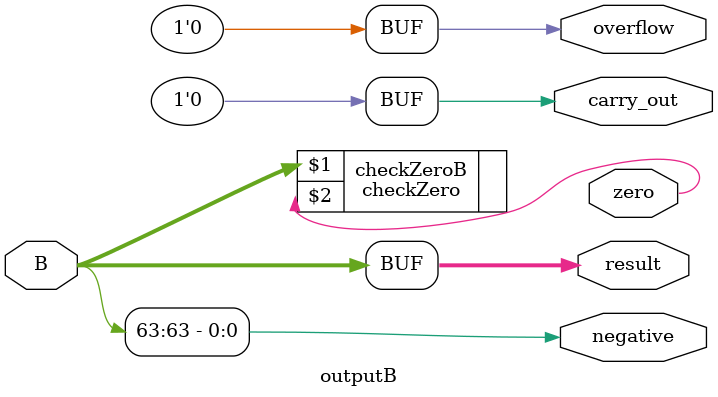
<source format=sv>
`timescale 1ps/1ps


module outputB(B, negative, zero, overflow, carry_out, result);

	input logic [63:0] B;
	output logic negative, zero, overflow, carry_out;
	output logic [63:0] result;
	
	genvar i;
	
		generate
		
			for(i = 0; i < 64; i++) begin: write
			
				buf #50 writeToResult (result[i], B[i]);
				
			end
			
		endgenerate
		
	
	buf #50 writeNegative(negative, B[63]);
	
	checkZero checkZeroB(result, zero);
	
	buf #50 writeOverflow(overflow, 1'b0); //Set overflow and carry_out to zero, but doesn't matter
	buf #50 writeCarry(carry_out, 1'b0);

	
	endmodule
	

	


/*
.B(B), .negative(negativeAll[0]), .zero(zeroAll[0]), 
							.overflow(overflowAll[0]), .carry_out(carry_outAll[0], .result(B_Result));
*/
</source>
